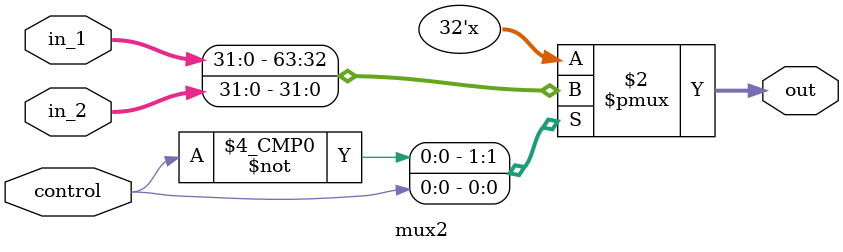
<source format=v>
module mux2(in_1, in_2, control, out);
	input wire [31:0] in_1, in_2;
	input wire control;
	output reg [31:0] out;
	
	always@(control) begin
		case(control)
			0: out = in_1;
			1: out = in_2;
		endcase
	end
endmodule	
</source>
